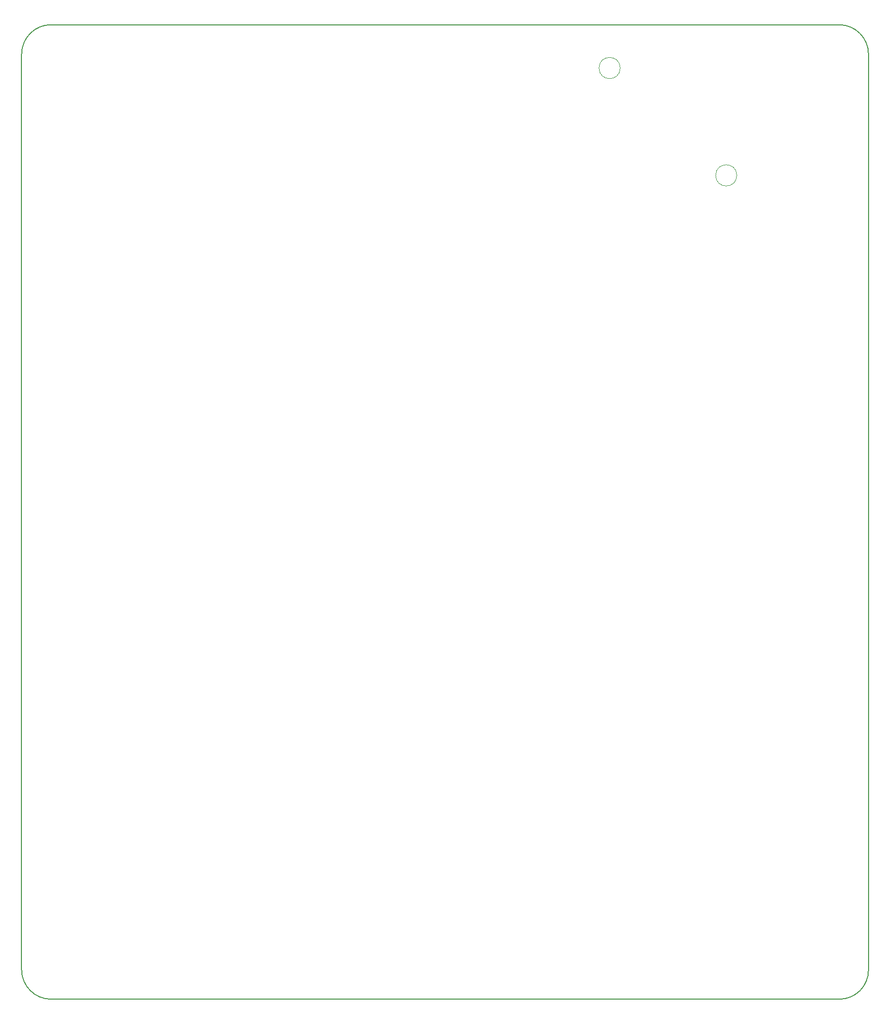
<source format=gbr>
G04 #@! TF.GenerationSoftware,KiCad,Pcbnew,9.0.5*
G04 #@! TF.CreationDate,2025-10-28T12:58:34-04:00*
G04 #@! TF.ProjectId,ReedRelay_Drive_V2,52656564-5265-46c6-9179-5f4472697665,rev?*
G04 #@! TF.SameCoordinates,Original*
G04 #@! TF.FileFunction,Profile,NP*
%FSLAX46Y46*%
G04 Gerber Fmt 4.6, Leading zero omitted, Abs format (unit mm)*
G04 Created by KiCad (PCBNEW 9.0.5) date 2025-10-28 12:58:34*
%MOMM*%
%LPD*%
G01*
G04 APERTURE LIST*
G04 #@! TA.AperFunction,Profile*
%ADD10C,0.150000*%
G04 #@! TD*
G04 #@! TA.AperFunction,Profile*
%ADD11C,0.050000*%
G04 #@! TD*
G04 APERTURE END LIST*
D10*
X22535532Y-26560000D02*
X22535532Y-182250000D01*
X22535531Y-26560000D02*
G75*
G02*
X27535531Y-21599999I5000119J-40280D01*
G01*
X27535531Y-21600000D02*
X161500000Y-21600000D01*
X161500000Y-21600000D02*
G75*
G02*
X166500000Y-26600000I0J-5000000D01*
G01*
D11*
X124290000Y-28960000D02*
G75*
G02*
X120690000Y-28960000I-1800000J0D01*
G01*
X120690000Y-28960000D02*
G75*
G02*
X124290000Y-28960000I1800000J0D01*
G01*
D10*
X27535531Y-187250000D02*
G75*
G02*
X22535530Y-182250000I-1J5000000D01*
G01*
X27535531Y-187250000D02*
X161500000Y-187250000D01*
D11*
X144115000Y-47210000D02*
G75*
G02*
X140515000Y-47210000I-1800000J0D01*
G01*
X140515000Y-47210000D02*
G75*
G02*
X144115000Y-47210000I1800000J0D01*
G01*
D10*
X166495000Y-26600000D02*
X166495000Y-182290000D01*
X166495000Y-182290000D02*
G75*
G02*
X161495000Y-187250016I-4932400J-28000D01*
G01*
M02*

</source>
